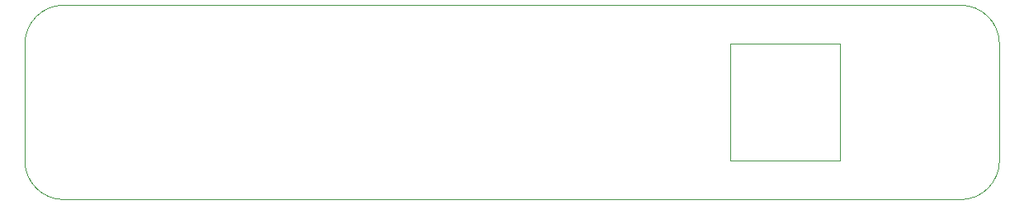
<source format=gbr>
G04 #@! TF.GenerationSoftware,KiCad,Pcbnew,(5.0.0)*
G04 #@! TF.CreationDate,2018-10-02T23:19:20-07:00*
G04 #@! TF.ProjectId,nixie_bottom_board,6E697869655F626F74746F6D5F626F61,rev?*
G04 #@! TF.SameCoordinates,Original*
G04 #@! TF.FileFunction,Profile,NP*
%FSLAX46Y46*%
G04 Gerber Fmt 4.6, Leading zero omitted, Abs format (unit mm)*
G04 Created by KiCad (PCBNEW (5.0.0)) date 10/02/18 23:19:20*
%MOMM*%
%LPD*%
G01*
G04 APERTURE LIST*
%ADD10C,0.100000*%
G04 APERTURE END LIST*
D10*
X172400000Y-106000000D02*
X172400000Y-94000000D01*
X183600000Y-106000000D02*
X172400000Y-106000000D01*
X183600000Y-94000000D02*
X183600000Y-106000000D01*
X172400000Y-94000000D02*
X183600000Y-94000000D01*
X196000000Y-90000000D02*
X104000000Y-90000000D01*
X200000000Y-106000000D02*
X200000000Y-94000000D01*
X104000000Y-110000000D02*
X196000000Y-110000000D01*
X100000000Y-94000000D02*
X100000000Y-106000000D01*
X200000000Y-94000000D02*
G75*
G03X196000000Y-90000000I-4000000J0D01*
G01*
X196000000Y-110000000D02*
G75*
G03X200000000Y-106000000I0J4000000D01*
G01*
X100000000Y-106000000D02*
G75*
G03X104000000Y-110000000I4000000J0D01*
G01*
X104000000Y-90000000D02*
G75*
G03X100000000Y-94000000I0J-4000000D01*
G01*
M02*

</source>
